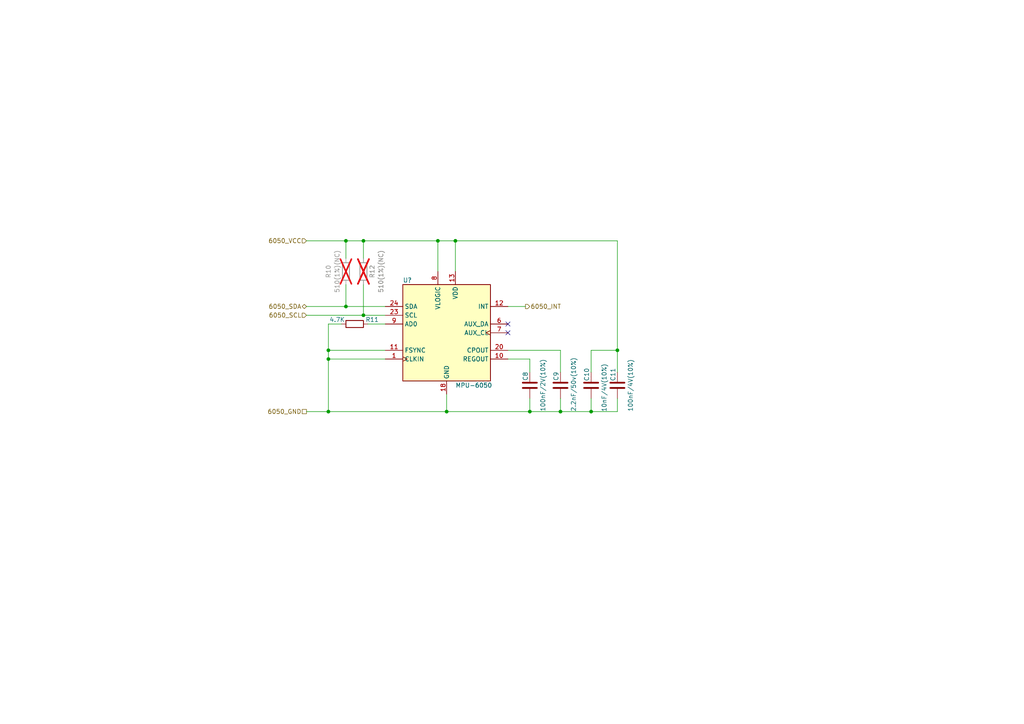
<source format=kicad_sch>
(kicad_sch (version 20230121) (generator eeschema)
  (paper "A4")
  (title_block (comment 1 "Current: 0x68") (comment 2 "AD0[1]: 0x69") (comment 3 "AD0[0]: 0x68") (comment 4 "I2C Address (7-bit):"))
  (lib_symbols
    (symbol "Device:C" (pin_numbers hide) (pin_names (offset 0.254))
      (property "Reference" "C" (at 0.635 2.54 0))
      (property "Value" "C" (at 0.635 -2.54 0))
      (symbol "C_0_1"
        (polyline (pts (xy -2.032 -0.762) (xy 2.032 -0.762)) (stroke (width 0.508)))
        (polyline (pts (xy -2.032 0.762) (xy 2.032 0.762)) (stroke (width 0.508)))
      )
      (symbol "C_1_1"
        (pin passive line (at 0 3.81 270) (length 2.794) (name "~") (number "1"))
        (pin passive line (at 0 -3.81 90) (length 2.794) (name "~") (number "2"))
      )
    )
    (symbol "Device:R" (pin_numbers hide) (pin_names (offset 0))
      (property "Reference" "R" (at 2.032 0 90))
      (property "Value" "R" (at 0 0 90))
      (symbol "R_0_1"
        (rectangle (start -1.016 -2.54) (end 1.016 2.54) (stroke (width 0.254)))
      )
      (symbol "R_1_1"
        (pin passive line (at 0 3.81 270) (length 1.27) (name "~") (number "1"))
        (pin passive line (at 0 -3.81 90) (length 1.27) (name "~") (number "2"))
      )
    )
    (symbol "Sensor_Motion:MPU-6050"
      (property "Reference" "U" (at -11.43 13.97 0))
      (property "Value" "MPU-6050" (at 7.62 -15.24 0))
      (symbol "MPU-6050_0_0"
        (text "" (at 12.7 -2.54 0) (effects (font (size 1.27 1.27))))
      )
      (symbol "MPU-6050_0_1"
        (rectangle (start -12.7 13.97) (end 12.7 -13.97) (stroke (width 0.254)) (fill (type background)))
      )
      (symbol "MPU-6050_1_1"
        (pin input clock (at -17.78 -7.62 0) (length 5.08) (name "CLKIN") (number "1"))
        (pin passive line (at 17.78 -7.62 180) (length 5.08) (name "REGOUT") (number "10"))
        (pin input line (at -17.78 -5.08 0) (length 5.08) (name "FSYNC") (number "11"))
        (pin output line (at 17.78 7.62 180) (length 5.08) (name "INT") (number "12"))
        (pin power_in line (at 2.54 17.78 270) (length 3.81) (name "VDD") (number "13"))
        (pin no_connect line (at -12.7 -10.16 0) (length 2.54) hide (name "NC") (number "14"))
        (pin no_connect line (at 12.7 12.7 180) (length 2.54) hide (name "NC") (number "15"))
        (pin no_connect line (at 12.7 10.16 180) (length 2.54) hide (name "NC") (number "16"))
        (pin no_connect line (at 12.7 5.08 180) (length 2.54) hide (name "NC") (number "17"))
        (pin power_in line (at 0 -17.78 90) (length 3.81) (name "GND") (number "18"))
        (pin no_connect line (at 12.7 -10.16 180) (length 2.54) hide (name "RESV") (number "19"))
        (pin no_connect line (at -12.7 12.7 0) (length 2.54) hide (name "NC") (number "2"))
        (pin passive line (at 17.78 -5.08 180) (length 5.08) (name "CPOUT") (number "20"))
        (pin no_connect line (at 12.7 -2.54 180) (length 2.54) hide (name "RESV") (number "21"))
        (pin no_connect line (at 12.7 -12.7 180) (length 2.54) hide (name "RESV") (number "22"))
        (pin input line (at -17.78 5.08 0) (length 5.08) (name "SCL") (number "23"))
        (pin bidirectional line (at -17.78 7.62 0) (length 5.08) (name "SDA") (number "24"))
        (pin no_connect line (at -12.7 10.16 0) (length 2.54) hide (name "NC") (number "3"))
        (pin no_connect line (at -12.7 0 0) (length 2.54) hide (name "NC") (number "4"))
        (pin no_connect line (at -12.7 -2.54 0) (length 2.54) hide (name "NC") (number "5"))
        (pin bidirectional line (at 17.78 2.54 180) (length 5.08) (name "AUX_DA") (number "6"))
        (pin output clock (at 17.78 0 180) (length 5.08) (name "AUX_CL") (number "7"))
        (pin power_in line (at -2.54 17.78 270) (length 3.81) (name "VLOGIC") (number "8"))
        (pin input line (at -17.78 2.54 0) (length 5.08) (name "AD0") (number "9"))
      )
    )
  )
  (junction (at 105.41 69.85))
  (junction (at 132.08 69.85))
  (junction (at 127 69.85))
  (junction (at 100.33 69.85))
  (junction (at 95.25 119.38))
  (junction (at 129.54 119.38))
  (junction (at 95.25 104.14))
  (junction (at 179.07 101.6))
  (junction (at 100.33 88.9))
  (junction (at 95.25 101.6))
  (junction (at 162.56 119.38))
  (junction (at 171.45 119.38))
  (junction (at 105.41 91.44))
  (junction (at 153.67 119.38))
  (no_connect (at 147.32 96.52))
  (no_connect (at 147.32 93.98))
  (wire (pts (xy 127 78.74) (xy 127 69.85)))
  (wire (pts (xy 88.9 91.44) (xy 105.41 91.44)))
  (wire (pts (xy 179.07 115.57) (xy 179.07 119.38)))
  (wire (pts (xy 95.25 104.14) (xy 95.25 119.38)))
  (wire (pts (xy 129.54 119.38) (xy 153.67 119.38)))
  (wire (pts (xy 105.41 82.55) (xy 105.41 91.44)))
  (wire (pts (xy 147.32 101.6) (xy 162.56 101.6)))
  (wire (pts (xy 105.41 91.44) (xy 111.76 91.44)))
  (wire (pts (xy 95.25 104.14) (xy 95.25 101.6)))
  (wire (pts (xy 153.67 119.38) (xy 162.56 119.38)))
  (wire (pts (xy 95.25 101.6) (xy 111.76 101.6)))
  (wire (pts (xy 88.9 88.9) (xy 100.33 88.9)))
  (wire (pts (xy 147.32 88.9) (xy 152.4 88.9)))
  (wire (pts (xy 162.56 115.57) (xy 162.56 119.38)))
  (wire (pts (xy 153.67 115.57) (xy 153.67 119.38)))
  (wire (pts (xy 129.54 119.38) (xy 129.54 114.3)))
  (wire (pts (xy 95.25 101.6) (xy 95.25 93.98)))
  (wire (pts (xy 127 69.85) (xy 132.08 69.85)))
  (wire (pts (xy 171.45 119.38) (xy 162.56 119.38)))
  (wire (pts (xy 179.07 107.95) (xy 179.07 101.6)))
  (wire (pts (xy 88.9 119.38) (xy 95.25 119.38)))
  (wire (pts (xy 88.9 69.85) (xy 100.33 69.85)))
  (wire (pts (xy 171.45 101.6) (xy 171.45 107.95)))
  (wire (pts (xy 132.08 69.85) (xy 179.07 69.85)))
  (wire (pts (xy 95.25 93.98) (xy 99.06 93.98)))
  (wire (pts (xy 100.33 69.85) (xy 105.41 69.85)))
  (wire (pts (xy 100.33 88.9) (xy 111.76 88.9)))
  (wire (pts (xy 171.45 115.57) (xy 171.45 119.38)))
  (wire (pts (xy 95.25 104.14) (xy 111.76 104.14)))
  (wire (pts (xy 162.56 101.6) (xy 162.56 107.95)))
  (wire (pts (xy 153.67 104.14) (xy 147.32 104.14)))
  (wire (pts (xy 100.33 69.85) (xy 100.33 74.93)))
  (wire (pts (xy 105.41 69.85) (xy 105.41 74.93)))
  (wire (pts (xy 179.07 69.85) (xy 179.07 101.6)))
  (wire (pts (xy 95.25 119.38) (xy 129.54 119.38)))
  (wire (pts (xy 179.07 101.6) (xy 171.45 101.6)))
  (wire (pts (xy 105.41 69.85) (xy 127 69.85)))
  (wire (pts (xy 179.07 119.38) (xy 171.45 119.38)))
  (wire (pts (xy 100.33 82.55) (xy 100.33 88.9)))
  (wire (pts (xy 153.67 107.95) (xy 153.67 104.14)))
  (wire (pts (xy 132.08 69.85) (xy 132.08 78.74)))
  (wire (pts (xy 106.68 93.98) (xy 111.76 93.98)))
  (hierarchical_label "6050_SDA" (shape bidirectional) (at 88.9 88.9 180))
  (hierarchical_label "6050_SCL" (shape input) (at 88.9 91.44 180))
  (hierarchical_label "6050_INT" (shape output) (at 152.4 88.9 0))
  (hierarchical_label "6050_VCC" (shape input) (at 88.9 69.85 180))
  (hierarchical_label "6050_GND" (shape passive) (at 88.9 119.38 180))
  (symbol (lib_id "Device:R") (at 100.33 78.74 180) (unit 1) (in_bom no) (on_board no) (dnp yes)
    (property "Reference" "R10" (at 95.25 78.74 90))
    (property "Value" "510(1%)(NC)" (at 97.79 78.74 90))
    (property "Footprint" "Resistor_SMD:R_0402_1005Metric" (effects hide))
    (property "Sim.Enable" "0" (effects hide))
  )
  (symbol (lib_id "Sensor_Motion:MPU-6050") (at 129.54 96.52 0) (unit 1)
    (property "Reference" "U?" (at 116.84 81.28 0) (effects (justify left)))
    (property "Value" "MPU-6050" (at 132.08 111.76 0) (effects (justify left)))
    (property "Footprint" "Sensor_Motion:InvenSense_QFN-24_4x4mm_P0.5mm" (effects hide))
    (property "Datasheet" "https://invensense.tdk.com/wp-content/uploads/2015/02/MPU-6000-Datasheet1.pdf" (effects hide))
    (instances (project "esp_round_screen" (path "" (reference "U?") (unit 1)) (path "" (reference "U2") (unit 1))))
  )
  (symbol (lib_id "Device:C") (at 153.67 111.76 180) (unit 1)
    (property "Reference" "C8" (at 152.4 110.49 90) (effects (justify right)))
    (property "Value" "100nF/2V(10%)" (at 157.48 119.38 90) (effects (justify right)))
    (property "Footprint" "Capacitor_SMD:C_0402_1005Metric" (effects hide))
  )
  (symbol (lib_id "Device:C") (at 162.56 111.76 180) (unit 1)
    (property "Reference" "C9" (at 161.29 110.49 90) (effects (justify right)))
    (property "Value" "2.2nF/50v(10%)" (at 166.37 119.38 90) (effects (justify right)))
    (property "Footprint" "Capacitor_SMD:C_0402_1005Metric" (effects hide))
  )
  (symbol (lib_id "Device:R") (at 102.87 93.98 90) (unit 1)
    (property "Reference" "R11" (at 107.95 92.71 90))
    (property "Value" "4.7K" (at 97.79 92.71 90))
    (property "Footprint" "Resistor_SMD:R_0402_1005Metric" (effects hide))
  )
  (symbol (lib_id "Device:C") (at 171.45 111.76 0) (unit 1)
    (property "Reference" "C10" (at 170.18 106.68 90) (effects (justify right)))
    (property "Value" "10nF/4V(10%)" (at 175.26 105.41 90) (effects (justify right)))
    (property "Footprint" "Capacitor_SMD:C_0402_1005Metric" (effects hide))
  )
  (symbol (lib_id "Device:R") (at 105.41 78.74 180) (unit 1) (in_bom no) (on_board no) (dnp yes)
    (property "Reference" "R12" (at 107.95 78.74 90))
    (property "Value" "510(1%)(NC)" (at 110.49 78.74 90))
    (property "Footprint" "Resistor_SMD:R_0402_1005Metric" (effects hide))
    (property "Sim.Enable" "0" (effects hide))
  )
  (symbol (lib_id "Device:C") (at 179.07 111.76 0) (unit 1)
    (property "Reference" "C11" (at 177.8 106.68 90) (effects (justify right)))
    (property "Value" "100nF/4V(10%)" (at 182.88 104.14 90) (effects (justify right)))
    (property "Footprint" "Capacitor_SMD:C_0402_1005Metric" (effects hide))
  )
)
</source>
